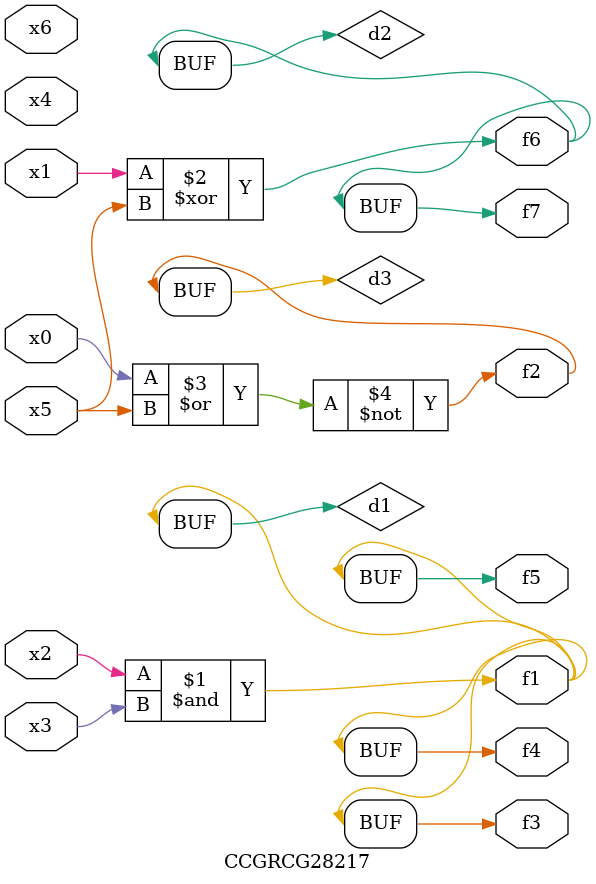
<source format=v>
module CCGRCG28217(
	input x0, x1, x2, x3, x4, x5, x6,
	output f1, f2, f3, f4, f5, f6, f7
);

	wire d1, d2, d3;

	and (d1, x2, x3);
	xor (d2, x1, x5);
	nor (d3, x0, x5);
	assign f1 = d1;
	assign f2 = d3;
	assign f3 = d1;
	assign f4 = d1;
	assign f5 = d1;
	assign f6 = d2;
	assign f7 = d2;
endmodule

</source>
